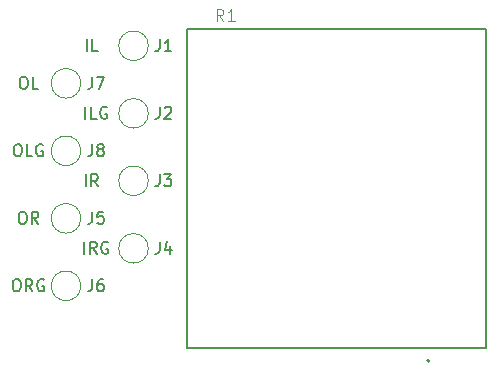
<source format=gbr>
G04 #@! TF.GenerationSoftware,KiCad,Pcbnew,(5.1.8-0-10_14)*
G04 #@! TF.CreationDate,2021-01-03T16:49:30+01:00*
G04 #@! TF.ProjectId,alps-adapter,616c7073-2d61-4646-9170-7465722e6b69,rev?*
G04 #@! TF.SameCoordinates,Original*
G04 #@! TF.FileFunction,Legend,Top*
G04 #@! TF.FilePolarity,Positive*
%FSLAX46Y46*%
G04 Gerber Fmt 4.6, Leading zero omitted, Abs format (unit mm)*
G04 Created by KiCad (PCBNEW (5.1.8-0-10_14)) date 2021-01-03 16:49:30*
%MOMM*%
%LPD*%
G01*
G04 APERTURE LIST*
%ADD10C,0.150000*%
%ADD11C,0.127000*%
%ADD12C,0.200000*%
%ADD13C,0.120000*%
%ADD14C,0.015000*%
G04 APERTURE END LIST*
D10*
X167814761Y-102322380D02*
X168005238Y-102322380D01*
X168100476Y-102370000D01*
X168195714Y-102465238D01*
X168243333Y-102655714D01*
X168243333Y-102989047D01*
X168195714Y-103179523D01*
X168100476Y-103274761D01*
X168005238Y-103322380D01*
X167814761Y-103322380D01*
X167719523Y-103274761D01*
X167624285Y-103179523D01*
X167576666Y-102989047D01*
X167576666Y-102655714D01*
X167624285Y-102465238D01*
X167719523Y-102370000D01*
X167814761Y-102322380D01*
X169243333Y-103322380D02*
X168910000Y-102846190D01*
X168671904Y-103322380D02*
X168671904Y-102322380D01*
X169052857Y-102322380D01*
X169148095Y-102370000D01*
X169195714Y-102417619D01*
X169243333Y-102512857D01*
X169243333Y-102655714D01*
X169195714Y-102750952D01*
X169148095Y-102798571D01*
X169052857Y-102846190D01*
X168671904Y-102846190D01*
X170195714Y-102370000D02*
X170100476Y-102322380D01*
X169957619Y-102322380D01*
X169814761Y-102370000D01*
X169719523Y-102465238D01*
X169671904Y-102560476D01*
X169624285Y-102750952D01*
X169624285Y-102893809D01*
X169671904Y-103084285D01*
X169719523Y-103179523D01*
X169814761Y-103274761D01*
X169957619Y-103322380D01*
X170052857Y-103322380D01*
X170195714Y-103274761D01*
X170243333Y-103227142D01*
X170243333Y-102893809D01*
X170052857Y-102893809D01*
X168314761Y-96607380D02*
X168505238Y-96607380D01*
X168600476Y-96655000D01*
X168695714Y-96750238D01*
X168743333Y-96940714D01*
X168743333Y-97274047D01*
X168695714Y-97464523D01*
X168600476Y-97559761D01*
X168505238Y-97607380D01*
X168314761Y-97607380D01*
X168219523Y-97559761D01*
X168124285Y-97464523D01*
X168076666Y-97274047D01*
X168076666Y-96940714D01*
X168124285Y-96750238D01*
X168219523Y-96655000D01*
X168314761Y-96607380D01*
X169743333Y-97607380D02*
X169410000Y-97131190D01*
X169171904Y-97607380D02*
X169171904Y-96607380D01*
X169552857Y-96607380D01*
X169648095Y-96655000D01*
X169695714Y-96702619D01*
X169743333Y-96797857D01*
X169743333Y-96940714D01*
X169695714Y-97035952D01*
X169648095Y-97083571D01*
X169552857Y-97131190D01*
X169171904Y-97131190D01*
X167910000Y-90892380D02*
X168100476Y-90892380D01*
X168195714Y-90940000D01*
X168290952Y-91035238D01*
X168338571Y-91225714D01*
X168338571Y-91559047D01*
X168290952Y-91749523D01*
X168195714Y-91844761D01*
X168100476Y-91892380D01*
X167910000Y-91892380D01*
X167814761Y-91844761D01*
X167719523Y-91749523D01*
X167671904Y-91559047D01*
X167671904Y-91225714D01*
X167719523Y-91035238D01*
X167814761Y-90940000D01*
X167910000Y-90892380D01*
X169243333Y-91892380D02*
X168767142Y-91892380D01*
X168767142Y-90892380D01*
X170100476Y-90940000D02*
X170005238Y-90892380D01*
X169862380Y-90892380D01*
X169719523Y-90940000D01*
X169624285Y-91035238D01*
X169576666Y-91130476D01*
X169529047Y-91320952D01*
X169529047Y-91463809D01*
X169576666Y-91654285D01*
X169624285Y-91749523D01*
X169719523Y-91844761D01*
X169862380Y-91892380D01*
X169957619Y-91892380D01*
X170100476Y-91844761D01*
X170148095Y-91797142D01*
X170148095Y-91463809D01*
X169957619Y-91463809D01*
X173625000Y-100147380D02*
X173625000Y-99147380D01*
X174672619Y-100147380D02*
X174339285Y-99671190D01*
X174101190Y-100147380D02*
X174101190Y-99147380D01*
X174482142Y-99147380D01*
X174577380Y-99195000D01*
X174625000Y-99242619D01*
X174672619Y-99337857D01*
X174672619Y-99480714D01*
X174625000Y-99575952D01*
X174577380Y-99623571D01*
X174482142Y-99671190D01*
X174101190Y-99671190D01*
X175625000Y-99195000D02*
X175529761Y-99147380D01*
X175386904Y-99147380D01*
X175244047Y-99195000D01*
X175148809Y-99290238D01*
X175101190Y-99385476D01*
X175053571Y-99575952D01*
X175053571Y-99718809D01*
X175101190Y-99909285D01*
X175148809Y-100004523D01*
X175244047Y-100099761D01*
X175386904Y-100147380D01*
X175482142Y-100147380D01*
X175625000Y-100099761D01*
X175672619Y-100052142D01*
X175672619Y-99718809D01*
X175482142Y-99718809D01*
X173744047Y-94432380D02*
X173744047Y-93432380D01*
X174791666Y-94432380D02*
X174458333Y-93956190D01*
X174220238Y-94432380D02*
X174220238Y-93432380D01*
X174601190Y-93432380D01*
X174696428Y-93480000D01*
X174744047Y-93527619D01*
X174791666Y-93622857D01*
X174791666Y-93765714D01*
X174744047Y-93860952D01*
X174696428Y-93908571D01*
X174601190Y-93956190D01*
X174220238Y-93956190D01*
X173720238Y-88717380D02*
X173720238Y-87717380D01*
X174672619Y-88717380D02*
X174196428Y-88717380D01*
X174196428Y-87717380D01*
X175529761Y-87765000D02*
X175434523Y-87717380D01*
X175291666Y-87717380D01*
X175148809Y-87765000D01*
X175053571Y-87860238D01*
X175005952Y-87955476D01*
X174958333Y-88145952D01*
X174958333Y-88288809D01*
X175005952Y-88479285D01*
X175053571Y-88574523D01*
X175148809Y-88669761D01*
X175291666Y-88717380D01*
X175386904Y-88717380D01*
X175529761Y-88669761D01*
X175577380Y-88622142D01*
X175577380Y-88288809D01*
X175386904Y-88288809D01*
X168410000Y-85177380D02*
X168600476Y-85177380D01*
X168695714Y-85225000D01*
X168790952Y-85320238D01*
X168838571Y-85510714D01*
X168838571Y-85844047D01*
X168790952Y-86034523D01*
X168695714Y-86129761D01*
X168600476Y-86177380D01*
X168410000Y-86177380D01*
X168314761Y-86129761D01*
X168219523Y-86034523D01*
X168171904Y-85844047D01*
X168171904Y-85510714D01*
X168219523Y-85320238D01*
X168314761Y-85225000D01*
X168410000Y-85177380D01*
X169743333Y-86177380D02*
X169267142Y-86177380D01*
X169267142Y-85177380D01*
X173839285Y-83002380D02*
X173839285Y-82002380D01*
X174791666Y-83002380D02*
X174315476Y-83002380D01*
X174315476Y-82002380D01*
D11*
X207645000Y-81115000D02*
X182345000Y-81115000D01*
X182345000Y-81115000D02*
X182345000Y-108115000D01*
X182345000Y-108115000D02*
X207645000Y-108115000D01*
X207645000Y-108115000D02*
X207645000Y-81115000D01*
D12*
X202845000Y-109215000D02*
G75*
G03*
X202845000Y-109215000I-100000J0D01*
G01*
D13*
X173336000Y-91440000D02*
G75*
G03*
X173336000Y-91440000I-1251000J0D01*
G01*
X173336000Y-85725000D02*
G75*
G03*
X173336000Y-85725000I-1251000J0D01*
G01*
X173336000Y-102870000D02*
G75*
G03*
X173336000Y-102870000I-1251000J0D01*
G01*
X173336000Y-97155000D02*
G75*
G03*
X173336000Y-97155000I-1251000J0D01*
G01*
X179051000Y-99695000D02*
G75*
G03*
X179051000Y-99695000I-1251000J0D01*
G01*
X179051000Y-93980000D02*
G75*
G03*
X179051000Y-93980000I-1251000J0D01*
G01*
X179051000Y-88265000D02*
G75*
G03*
X179051000Y-88265000I-1251000J0D01*
G01*
X179051000Y-82550000D02*
G75*
G03*
X179051000Y-82550000I-1251000J0D01*
G01*
D14*
X185403333Y-80432380D02*
X185070000Y-79956190D01*
X184831904Y-80432380D02*
X184831904Y-79432380D01*
X185212857Y-79432380D01*
X185308095Y-79480000D01*
X185355714Y-79527619D01*
X185403333Y-79622857D01*
X185403333Y-79765714D01*
X185355714Y-79860952D01*
X185308095Y-79908571D01*
X185212857Y-79956190D01*
X184831904Y-79956190D01*
X186355714Y-80432380D02*
X185784285Y-80432380D01*
X186070000Y-80432380D02*
X186070000Y-79432380D01*
X185974761Y-79575238D01*
X185879523Y-79670476D01*
X185784285Y-79718095D01*
D10*
X174291666Y-90892380D02*
X174291666Y-91606666D01*
X174244047Y-91749523D01*
X174148809Y-91844761D01*
X174005952Y-91892380D01*
X173910714Y-91892380D01*
X174910714Y-91320952D02*
X174815476Y-91273333D01*
X174767857Y-91225714D01*
X174720238Y-91130476D01*
X174720238Y-91082857D01*
X174767857Y-90987619D01*
X174815476Y-90940000D01*
X174910714Y-90892380D01*
X175101190Y-90892380D01*
X175196428Y-90940000D01*
X175244047Y-90987619D01*
X175291666Y-91082857D01*
X175291666Y-91130476D01*
X175244047Y-91225714D01*
X175196428Y-91273333D01*
X175101190Y-91320952D01*
X174910714Y-91320952D01*
X174815476Y-91368571D01*
X174767857Y-91416190D01*
X174720238Y-91511428D01*
X174720238Y-91701904D01*
X174767857Y-91797142D01*
X174815476Y-91844761D01*
X174910714Y-91892380D01*
X175101190Y-91892380D01*
X175196428Y-91844761D01*
X175244047Y-91797142D01*
X175291666Y-91701904D01*
X175291666Y-91511428D01*
X175244047Y-91416190D01*
X175196428Y-91368571D01*
X175101190Y-91320952D01*
X174291666Y-85177380D02*
X174291666Y-85891666D01*
X174244047Y-86034523D01*
X174148809Y-86129761D01*
X174005952Y-86177380D01*
X173910714Y-86177380D01*
X174672619Y-85177380D02*
X175339285Y-85177380D01*
X174910714Y-86177380D01*
X174291666Y-102322380D02*
X174291666Y-103036666D01*
X174244047Y-103179523D01*
X174148809Y-103274761D01*
X174005952Y-103322380D01*
X173910714Y-103322380D01*
X175196428Y-102322380D02*
X175005952Y-102322380D01*
X174910714Y-102370000D01*
X174863095Y-102417619D01*
X174767857Y-102560476D01*
X174720238Y-102750952D01*
X174720238Y-103131904D01*
X174767857Y-103227142D01*
X174815476Y-103274761D01*
X174910714Y-103322380D01*
X175101190Y-103322380D01*
X175196428Y-103274761D01*
X175244047Y-103227142D01*
X175291666Y-103131904D01*
X175291666Y-102893809D01*
X175244047Y-102798571D01*
X175196428Y-102750952D01*
X175101190Y-102703333D01*
X174910714Y-102703333D01*
X174815476Y-102750952D01*
X174767857Y-102798571D01*
X174720238Y-102893809D01*
X174291666Y-96607380D02*
X174291666Y-97321666D01*
X174244047Y-97464523D01*
X174148809Y-97559761D01*
X174005952Y-97607380D01*
X173910714Y-97607380D01*
X175244047Y-96607380D02*
X174767857Y-96607380D01*
X174720238Y-97083571D01*
X174767857Y-97035952D01*
X174863095Y-96988333D01*
X175101190Y-96988333D01*
X175196428Y-97035952D01*
X175244047Y-97083571D01*
X175291666Y-97178809D01*
X175291666Y-97416904D01*
X175244047Y-97512142D01*
X175196428Y-97559761D01*
X175101190Y-97607380D01*
X174863095Y-97607380D01*
X174767857Y-97559761D01*
X174720238Y-97512142D01*
X180006666Y-99147380D02*
X180006666Y-99861666D01*
X179959047Y-100004523D01*
X179863809Y-100099761D01*
X179720952Y-100147380D01*
X179625714Y-100147380D01*
X180911428Y-99480714D02*
X180911428Y-100147380D01*
X180673333Y-99099761D02*
X180435238Y-99814047D01*
X181054285Y-99814047D01*
X180006666Y-93432380D02*
X180006666Y-94146666D01*
X179959047Y-94289523D01*
X179863809Y-94384761D01*
X179720952Y-94432380D01*
X179625714Y-94432380D01*
X180387619Y-93432380D02*
X181006666Y-93432380D01*
X180673333Y-93813333D01*
X180816190Y-93813333D01*
X180911428Y-93860952D01*
X180959047Y-93908571D01*
X181006666Y-94003809D01*
X181006666Y-94241904D01*
X180959047Y-94337142D01*
X180911428Y-94384761D01*
X180816190Y-94432380D01*
X180530476Y-94432380D01*
X180435238Y-94384761D01*
X180387619Y-94337142D01*
X180006666Y-87717380D02*
X180006666Y-88431666D01*
X179959047Y-88574523D01*
X179863809Y-88669761D01*
X179720952Y-88717380D01*
X179625714Y-88717380D01*
X180435238Y-87812619D02*
X180482857Y-87765000D01*
X180578095Y-87717380D01*
X180816190Y-87717380D01*
X180911428Y-87765000D01*
X180959047Y-87812619D01*
X181006666Y-87907857D01*
X181006666Y-88003095D01*
X180959047Y-88145952D01*
X180387619Y-88717380D01*
X181006666Y-88717380D01*
X180006666Y-82002380D02*
X180006666Y-82716666D01*
X179959047Y-82859523D01*
X179863809Y-82954761D01*
X179720952Y-83002380D01*
X179625714Y-83002380D01*
X181006666Y-83002380D02*
X180435238Y-83002380D01*
X180720952Y-83002380D02*
X180720952Y-82002380D01*
X180625714Y-82145238D01*
X180530476Y-82240476D01*
X180435238Y-82288095D01*
M02*

</source>
